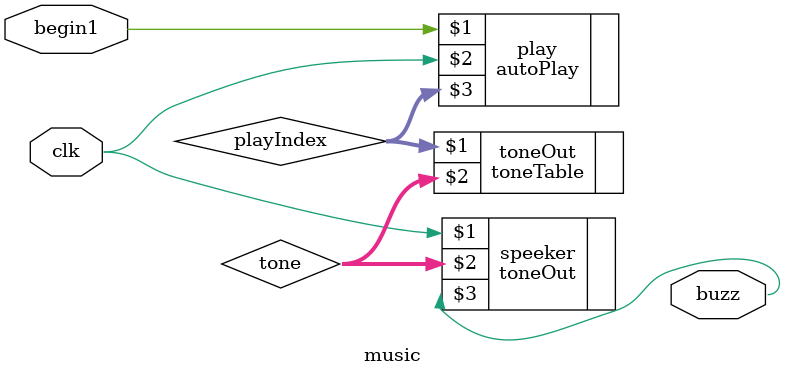
<source format=v>
module music (clk, begin1, buzz);
input clk,begin1;
output buzz;

wire [4:0] playIndex;
wire [14:0] tone;

autoPlay play(begin1, clk, playIndex);
toneTable toneOut(playIndex, tone);
toneOut speeker(clk,tone,buzz);

endmodule 
</source>
